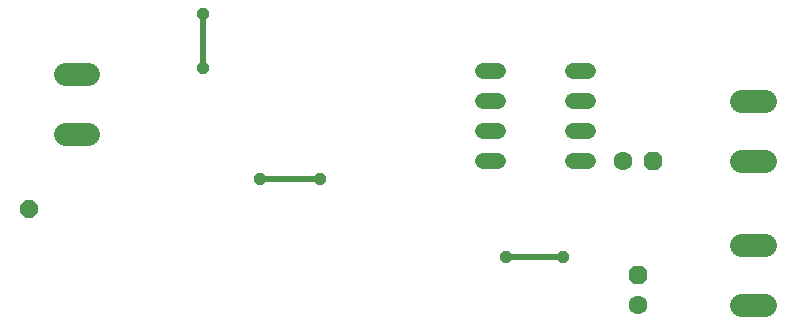
<source format=gbr>
G04 EAGLE Gerber RS-274X export*
G75*
%MOMM*%
%FSLAX34Y34*%
%LPD*%
%INTop Copper*%
%IPPOS*%
%AMOC8*
5,1,8,0,0,1.08239X$1,22.5*%
G01*
%ADD10P,1.732040X8X112.500000*%
%ADD11C,1.600200*%
%ADD12P,1.732040X8X22.500000*%
%ADD13P,1.649562X8X22.500000*%
%ADD14C,1.981200*%
%ADD15C,1.320800*%
%ADD16P,1.082390X8X22.500000*%
%ADD17C,0.500000*%


D10*
X538480Y53340D03*
D11*
X538480Y27940D03*
D12*
X551180Y149860D03*
D11*
X525780Y149860D03*
D13*
X22860Y109220D03*
D14*
X53594Y172974D02*
X73406Y172974D01*
X73406Y223012D02*
X53594Y223012D01*
X626364Y28194D02*
X646176Y28194D01*
X646176Y78232D02*
X626364Y78232D01*
X626364Y150114D02*
X646176Y150114D01*
X646176Y200152D02*
X626364Y200152D01*
D15*
X420624Y226060D02*
X407416Y226060D01*
X407416Y200660D02*
X420624Y200660D01*
X483616Y200660D02*
X496824Y200660D01*
X496824Y226060D02*
X483616Y226060D01*
X420624Y175260D02*
X407416Y175260D01*
X407416Y149860D02*
X420624Y149860D01*
X483616Y175260D02*
X496824Y175260D01*
X496824Y149860D02*
X483616Y149860D01*
D16*
X170180Y228600D03*
D17*
X170180Y274320D01*
D16*
X170180Y274320D03*
X218440Y134620D03*
D17*
X269240Y134620D01*
D16*
X269240Y134620D03*
X474980Y68580D03*
D17*
X426720Y68580D01*
D16*
X426720Y68580D03*
M02*

</source>
